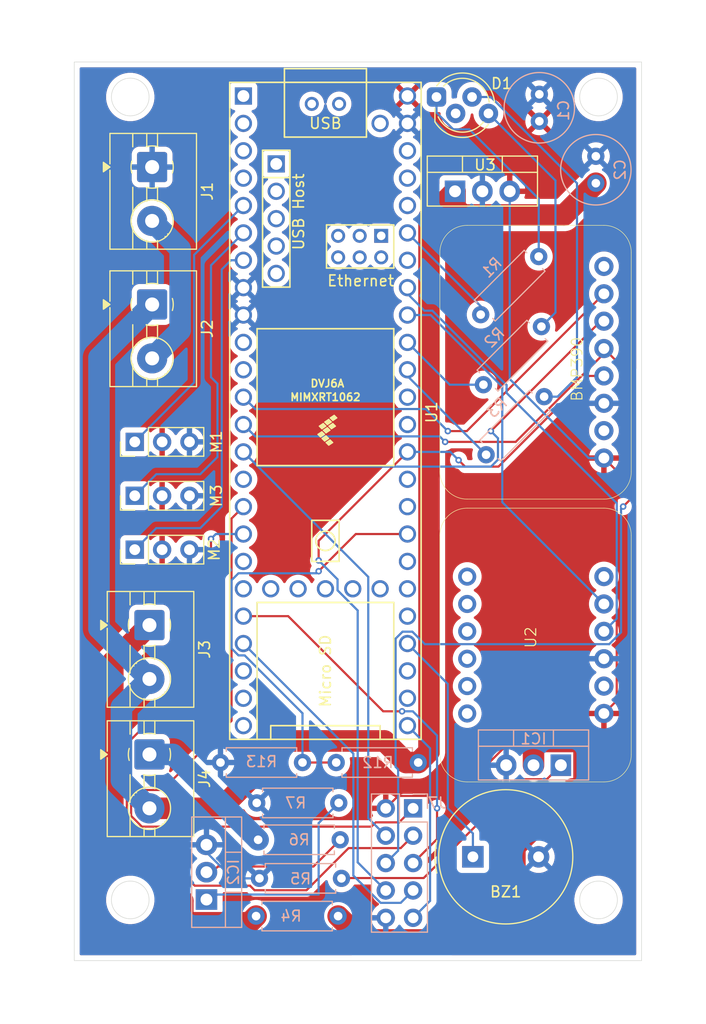
<source format=kicad_pcb>
(kicad_pcb (version 20241229) (generator "pcbnew") (generator_version "9.0")
  (layers (0 "F.Cu" signal) (2 "B.Cu" signal) (13 "F.Paste" user) (15 "B.Paste" user) (5 "F.SilkS" user "F.Silkscreen") (7 "B.SilkS" user "B.Silkscreen") (1 "F.Mask" user) (3 "B.Mask" user) (25 "Edge.Cuts" user))
  (net 0 "")
  (net 43 "/BATT+")
  (net 44 "/12V")
  (net 45 "/5V")
  (net 46 "/MOSI")
  (net 47 "/MISO")
  (net 48 "/CS")
  (net 49 "/SCK")
  (net 50 "/SCL")
  (net 51 "/SDA")
  (net 52 "/BUZZER")
  (net 53 "Net-(J3-Pin_1)")
  (net 54 "Net-(J4-Pin_1)")
  (net 55 "/PYRO3")
  (net 56 "/PYRO4")
  (net 57 "/SERVO1")
  (net 58 "/SERVO3")
  (net 59 "/SERVO2")
  (net 60 "Net-(D1-RED)")
  (net 61 "/RED")
  (net 62 "Net-(D1-BLU)")
  (net 63 "/BLU")
  (net 64 "/GRN")
  (net 65 "Net-(D1-GRN)")
  (net 66 "/VOLTAGE")
  (net 70 "Net-(IC1-Pad2)")
  (net 71 "Net-(IC1-Pad1)")
  (net 72 "Net-(IC2-Pad2)")
  (net 73 "Net-(IC2-Pad1)")
  (net 74 "/3.3v")
  (net 75 "/HEADER5")
  (net 76 "/HEADER1")
  (net 77 "/HEADER2")
  (net 78 "/HEADER4")
  (net 79 "/HEADER3")
  (net 80 "/GND")
  (footprint "Connector_PinHeader_2.54mm:PinHeader_1x03_P2.54mm_Vertical" (layer "F.Cu") (at 130.920001 64 90)
    (property "Reference" "M1" (at 0 7.5725 90) (layer "F.SilkS"))
    (property "Value" "Motor_Servo")
    (pad "1" thru_hole rect (at 0 0 90) (size 1.7 1.7) (drill 1) (layers "*.Cu" "*.Mask") (net 57 "/SERVO1"))
    (pad "2" thru_hole oval (at 0 2.54 90) (size 1.7 1.7) (drill 1) (layers "*.Cu" "*.Mask") (net 45 "/5V"))
    (pad "3" thru_hole oval (at 0 5.079999 90) (size 1.7 1.7) (drill 1) (layers "*.Cu" "*.Mask") (net 80 "/GND"))
  )
  (footprint "Buzzer_Beeper:Buzzer_TDK_PS1240P02BT_D12.2mm_H6.5mm" (layer "F.Cu") (at 162.879216 102.5)
    (property "Reference" "BZ1" (at 2.5 3.25 0) (layer "F.SilkS"))
    (property "Value" "Buzzer" (hide yes))
    (pad "1" thru_hole rect (at -0.55 0) (size 2 2) (drill 1) (layers "*.Cu" "*.Mask") (net 52 "/BUZZER"))
    (pad "2" thru_hole circle (at 5.55 0) (size 2 2) (drill 1) (layers "*.Cu" "*.Mask") (net 80 "/GND"))
  )
  (footprint "TerminalBlock:TerminalBlock_MaiXu_MX126-5.0-02P_1x02_P5.00mm" (layer "F.Cu") (at 132.5325 38.5 -90)
    (property "Reference" "J1" (at 2.25 -5.12 90) (layer "F.SilkS"))
    (property "Value" "PWR_IN")
    (pad "1" thru_hole roundrect (at 0 0 270) (size 2.8 2.8) (drill 1.3) (layers "*.Cu" "*.Mask") (roundrect_rratio 0.089286) (net 80 "/GND"))
    (pad "2" thru_hole circle (at 5 0 270) (size 2.8 2.8) (drill 1.3) (layers "*.Cu" "*.Mask") (net 43 "/BATT+"))
  )
  (footprint "MPU6050:MPU6050" (layer "F.Cu") (at 167.956 82.8924 90)
    (property "Reference" "U2" (at 0.75 -0.25 90) (layer "F.SilkS") (effects (font (thickness 0.1))))
    (property "Value" "~")
    (pad "1" thru_hole circle (at -6.3076 6.544 180) (size 1.778 1.778) (drill 1) (layers "*.Cu" "*.Mask") (net 45 "/5V"))
    (pad "2" thru_hole circle (at -3.7676 6.544 180) (size 1.778 1.778) (drill 1) (layers "*.Cu" "*.Mask"))
    (pad "3" thru_hole circle (at -1.2276 6.544 180) (size 1.778 1.778) (drill 1) (layers "*.Cu" "*.Mask") (net 80 "/GND"))
    (pad "4" thru_hole circle (at 1.3124 6.544 180) (size 1.778 1.778) (drill 1) (layers "*.Cu" "*.Mask") (net 50 "/SCL"))
    (pad "5" thru_hole circle (at 3.8524 6.544 180) (size 1.778 1.778) (drill 1) (layers "*.Cu" "*.Mask") (net 51 "/SDA"))
    (pad "6" thru_hole circle (at 6.3924 6.544 180) (size 1.778 1.778) (drill 1) (layers "*.Cu" "*.Mask"))
    (pad "11" thru_hole circle (at -6.3076 -6.156 180) (size 1.6764 1.6764) (drill 1) (layers "*.Cu" "*.Mask"))
    (pad "12" thru_hole circle (at -3.7676 -6.156 180) (size 1.6764 1.6764) (drill 1) (layers "*.Cu" "*.Mask"))
    (pad "13" thru_hole circle (at -1.2276 -6.156 180) (size 1.6764 1.6764) (drill 1) (layers "*.Cu" "*.Mask"))
    (pad "14" thru_hole circle (at 1.3124 -6.156 180) (size 1.6764 1.6764) (drill 1) (layers "*.Cu" "*.Mask"))
    (pad "15" thru_hole circle (at 3.8524 -6.156 180) (size 1.6764 1.6764) (drill 1) (layers "*.Cu" "*.Mask"))
    (pad "16" thru_hole circle (at 6.3924 -6.156 180) (size 1.6764 1.6764) (drill 1) (layers "*.Cu" "*.Mask"))
  )
  (footprint "teensy:Teensy41" (layer "F.Cu") (at 148.630001 61.12 -90)
    (property "Reference" "U1" (at 0.13 -9.869999 90) (layer "F.SilkS"))
    (property "Value" "Teensy4.1")
    (fp_text user "DVJ6A" (at -2.539999 -0.180002 0) (layer "F.SilkS") (effects (font (size 0.7 0.7))))
    (fp_text user "Ethernet" (at -12.064999 -3.276596 0) (layer "F.SilkS"))
    (fp_text user "MIMXRT1062" (at -1.270007 0.000006 0) (layer "F.SilkS") (effects (font (size 0.7 0.7))))
    (fp_text user "USB Host" (at -18.465802 2.489202 90) (layer "F.SilkS"))
    (fp_text user "Micro SD" (at 24.129999 -0.000001 90) (layer "F.SilkS"))
    (fp_text user "USB" (at -26.67 0.000002 0) (layer "F.SilkS"))
    (pad "1" thru_hole rect (at -29.210002 7.62 270) (size 1.6 1.6) (drill 1.1) (layers "*.Cu" "*.Mask"))
    (pad "2" thru_hole circle (at -26.670001 7.620004 270) (size 1.6 1.6) (drill 1.1) (layers "*.Cu" "*.Mask"))
    (pad "3" thru_hole circle (at -24.13 7.619999 270) (size 1.6 1.6) (drill 1.1) (layers "*.Cu" "*.Mask"))
    (pad "4" thru_hole circle (at -21.590003 7.620001 270) (size 1.6 1.6) (drill 1.1) (layers "*.Cu" "*.Mask"))
    (pad "5" thru_hole circle (at -19.05 7.619997 270) (size 1.6 1.6) (drill 1.1) (layers "*.Cu" "*.Mask") (net 57 "/SERVO1"))
    (pad "6" thru_hole circle (at -16.510003 7.619998 270) (size 1.6 1.6) (drill 1.1) (layers "*.Cu" "*.Mask") (net 59 "/SERVO2"))
    (pad "7" thru_hole circle (at -13.970001 7.619999 270) (size 1.6 1.6) (drill 1.1) (layers "*.Cu" "*.Mask") (net 58 "/SERVO3"))
    (pad "8" thru_hole circle (at -11.429999 7.619999 270) (size 1.6 1.6) (drill 1.1) (layers "*.Cu" "*.Mask") (net 80 "/GND"))
    (pad "9" thru_hole circle (at -8.89 7.620002 270) (size 1.6 1.6) (drill 1.1) (layers "*.Cu" "*.Mask") (net 80 "/GND"))
    (pad "10" thru_hole circle (at -6.350004 7.619999 270) (size 1.6 1.6) (drill 1.1) (layers "*.Cu" "*.Mask") (net 55 "/PYRO3"))
    (pad "11" thru_hole circle (at -3.809997 7.619999 270) (size 1.6 1.6) (drill 1.1) (layers "*.Cu" "*.Mask") (net 56 "/PYRO4"))
    (pad "12" thru_hole circle (at -1.269999 7.620002 270) (size 1.6 1.6) (drill 1.1) (layers "*.Cu" "*.Mask") (net 48 "/CS"))
    (pad "13" thru_hole circle (at 1.270002 7.619997 270) (size 1.6 1.6) (drill 1.1) (layers "*.Cu" "*.Mask") (net 46 "/MOSI"))
    (pad "14" thru_hole circle (at 3.810003 7.620001 270) (size 1.6 1.6) (drill 1.1) (layers "*.Cu" "*.Mask") (net 47 "/MISO"))
    (pad "15" thru_hole circle (at 6.349998 7.619998 270) (size 1.6 1.6) (drill 1.1) (layers "*.Cu" "*.Mask"))
    (pad "16" thru_hole circle (at 8.889999 7.619998 270) (size 1.6 1.6) (drill 1.1) (layers "*.Cu" "*.Mask") (net 76 "/HEADER1"))
    (pad "17" thru_hole circle (at 11.429998 7.620002 270) (size 1.6 1.6) (drill 1.1) (layers "*.Cu" "*.Mask") (net 77 "/HEADER2"))
    (pad "18" thru_hole circle (at 13.97 7.620002 270) (size 1.6 1.6) (drill 1.1) (layers "*.Cu" "*.Mask"))
    (pad "19" thru_hole circle (at 16.509996 7.62 270) (size 1.6 1.6) (drill 1.1) (layers "*.Cu" "*.Mask"))
    (pad "20" thru_hole circle (at 19.05 7.620004 270) (size 1.6 1.6) (drill 1.1) (layers "*.Cu" "*.Mask") (net 79 "/HEADER3"))
    (pad "21" thru_hole circle (at 21.589996 7.620002 270) (size 1.6 1.6) (drill 1.1) (layers "*.Cu" "*.Mask") (net 78 "/HEADER4"))
    (pad "22" thru_hole circle (at 24.13 7.619999 270) (size 1.6 1.6) (drill 1.1) (layers "*.Cu" "*.Mask"))
    (pad "23" thru_hole circle (at 26.670004 7.619999 270) (size 1.6 1.6) (drill 1.1) (layers "*.Cu" "*.Mask"))
    (pad "24" thru_hole circle (at 29.210001 7.619994 270) (size 1.6 1.6) (drill 1.1) (layers "*.Cu" "*.Mask"))
    (pad "25" thru_hole circle (at 29.210002 -7.62 270) (size 1.6 1.6) (drill 1.1) (layers "*.Cu" "*.Mask") (net 75 "/HEADER5"))
    (pad "26" thru_hole circle (at 26.670001 -7.620004 270) (size 1.6 1.6) (drill 1.1) (layers "*.Cu" "*.Mask"))
    (pad "27" thru_hole circle (at 24.13 -7.619999 270) (size 1.6 1.6) (drill 1.1) (layers "*.Cu" "*.Mask"))
    (pad "28" thru_hole circle (at 21.590003 -7.620001 270) (size 1.6 1.6) (drill 1.1) (layers "*.Cu" "*.Mask") (net 52 "/BUZZER"))
    (pad "29" thru_hole circle (at 19.05 -7.619997 270) (size 1.6 1.6) (drill 1.1) (layers "*.Cu" "*.Mask"))
    (pad "30" thru_hole circle (at 16.510003 -7.619998 270) (size 1.6 1.6) (drill 1.1) (layers "*.Cu" "*.Mask"))
    (pad "31" thru_hole circle (at 13.970001 -7.619999 270) (size 1.6 1.6) (drill 1.1) (layers "*.Cu" "*.Mask"))
    (pad "32" thru_hole circle (at 11.429999 -7.619999 270) (size 1.6 1.6) (drill 1.1) (layers "*.Cu" "*.Mask") (net 66 "/VOLTAGE"))
    (pad "33" thru_hole circle (at 8.89 -7.620002 270) (size 1.6 1.6) (drill 1.1) (layers "*.Cu" "*.Mask"))
    (pad "34" thru_hole circle (at 6.350004 -7.619999 270) (size 1.6 1.6) (drill 1.1) (layers "*.Cu" "*.Mask"))
    (pad "35" thru_hole circle (at 3.809997 -7.619999 270) (size 1.6 1.6) (drill 1.1) (layers "*.Cu" "*.Mask") (net 49 "/SCK"))
    (pad "36" thru_hole circle (at 1.269999 -7.620002 270) (size 1.6 1.6) (drill 1.1) (layers "*.Cu" "*.Mask"))
    (pad "37" thru_hole circle (at -1.270002 -7.619997 270) (size 1.6 1.6) (drill 1.1) (layers "*.Cu" "*.Mask"))
    (pad "38" thru_hole circle (at -3.810003 -7.620001 270) (size 1.6 1.6) (drill 1.1) (layers "*.Cu" "*.Mask") (net 64 "/GRN"))
    (pad "39" thru_hole circle (at -6.349998 -7.619998 270) (size 1.6 1.6) (drill 1.1) (layers "*.Cu" "*.Mask") (net 63 "/BLU"))
    (pad "40" thru_hole circle (at -8.889999 -7.619998 270) (size 1.6 1.6) (drill 1.1) (layers "*.Cu" "*.Mask") (net 51 "/SDA"))
    (pad "41" thru_hole circle (at -11.429998 -7.620002 270) (size 1.6 1.6) (drill 1.1) (layers "*.Cu" "*.Mask") (net 50 "/SCL"))
    (pad "42" thru_hole circle (at -13.97 -7.620002 270) (size 1.6 1.6) (drill 1.1) (layers "*.Cu" "*.Mask"))
    (pad "43" thru_hole circle (at -16.509996 -7.62 270) (size 1.6 1.6) (drill 1.1) (layers "*.Cu" "*.Mask") (net 61 "/RED"))
    (pad "44" thru_hole circle (at -19.05 -7.620004 270) (size 1.6 1.6) (drill 1.1) (layers "*.Cu" "*.Mask"))
    (pad "45" thru_hole circle (at -21.589996 -7.620002 270) (size 1.6 1.6) (drill 1.1) (layers "*.Cu" "*.Mask"))
    (pad "46" thru_hole circle (at -24.13 -7.619999 270) (size 1.6 1.6) (drill 1.1) (layers "*.Cu" "*.Mask"))
    (pad "47" thru_hole circle (at -26.670004 -7.619999 270) (size 1.6 1.6) (drill 1.1) (layers "*.Cu" "*.Mask") (net 80 "/GND"))
    (pad "48" thru_hole circle (at -29.210001 -7.619994 270) (size 1.6 1.6) (drill 1.1) (layers "*.Cu" "*.Mask") (net 45 "/5V"))
    (pad "49" thru_hole circle (at -26.669998 -5.080002 270) (size 1.6 1.6) (drill 1.1) (layers "*.Cu" "*.Mask"))
    (pad "50" thru_hole circle (at 16.510002 5.080001 270) (size 1.6 1.6) (drill 1.1) (layers "*.Cu" "*.Mask"))
    (pad "51" thru_hole circle (at 16.509997 2.539998 270) (size 1.6 1.6) (drill 1.1) (layers "*.Cu" "*.Mask"))
    (pad "52" thru_hole circle (at 16.509999 0 270) (size 1.6 1.6) (drill 1.1) (layers "*.Cu" "*.Mask"))
    (pad "53" thru_hole circle (at 16.510002 -2.540001 270) (size 1.6 1.6) (drill 1.1) (layers "*.Cu" "*.Mask"))
    (pad "54" thru_hole circle (at 16.509996 -5.08 270) (size 1.6 1.6) (drill 1.1) (layers "*.Cu" "*.Mask"))
    (pad "55" thru_hole rect (at -22.910803 4.569203 270) (size 1.6 1.6) (drill 1.1) (layers "*.Cu" "*.Mask"))
    (pad "56" thru_hole circle (at -20.370799 4.569201 270) (size 1.6 1.6) (drill 1.1) (layers "*.Cu" "*.Mask"))
    (pad "57" thru_hole circle (at -17.830796 4.569202 270) (size 1.6 1.6) (drill 1.1) (layers "*.Cu" "*.Mask"))
    (pad "58" thru_hole circle (at -15.290805 4.569205 270) (size 1.6 1.6) (drill 1.1) (layers "*.Cu" "*.Mask"))
    (pad "59" thru_hole circle (at -12.750805 4.569197 270) (size 1.6 1.6) (drill 1.1) (layers "*.Cu" "*.Mask"))
    (pad "60" thru_hole rect (at -16.239999 -5.181599 270) (size 1.3 1.3) (drill 0.8) (layers "*.Cu" "*.Mask"))
    (pad "61" thru_hole circle (at -16.239998 -3.181599 270) (size 1.3 1.3) (drill 0.8) (layers "*.Cu" "*.Mask"))
    (pad "62" thru_hole circle (at -16.239998 -1.181602 270) (size 1.3 1.3) (drill 0.8) (layers "*.Cu" "*.Mask"))
    (pad "63" thru_hole circle (at -14.240004 -1.181601 270) (size 1.3 1.3) (drill 0.8) (layers "*.Cu" "*.Mask"))
    (pad "64" thru_hole circle (at -14.239996 -3.181599 270) (size 1.3 1.3) (drill 0.8) (layers "*.Cu" "*.Mask"))
    (pad "65" thru_hole circle (at -14.239997 -5.1816 270) (size 1.3 1.3) (drill 0.8) (layers "*.Cu" "*.Mask"))
    (pad "66" thru_hole circle (at -28.479999 -1.270001 270) (size 1.3 1.3) (drill 0.8) (layers "*.Cu" "*.Mask"))
    (pad "67" thru_hole circle (at -28.480003 1.27 270) (size 1.3 1.3) (drill 0.8) (layers "*.Cu" "*.Mask"))
  )
  (footprint "TerminalBlock:TerminalBlock_MaiXu_MX126-5.0-02P_1x02_P5.00mm" (layer "F.Cu") (at 132.2825 81 -90)
    (property "Reference" "J3" (at 2.25 -5.12 90) (layer "F.SilkS"))
    (property "Value" "PYRO1")
    (pad "1" thru_hole roundrect (at 0 0 270) (size 2.8 2.8) (drill 1.3) (layers "*.Cu" "*.Mask") (roundrect_rratio 0.089286) (net 53 "Net-(J3-Pin_1)"))
    (pad "2" thru_hole circle (at 5 0 270) (size 2.8 2.8) (drill 1.3) (layers "*.Cu" "*.Mask") (net 44 "/12V"))
  )
  (footprint "TerminalBlock:TerminalBlock_MaiXu_MX126-5.0-02P_1x02_P5.00mm" (layer "F.Cu") (at 132.5325 51.25 -90)
    (property "Reference" "J2" (at 2.25 -5.12 90) (layer "F.SilkS"))
    (property "Value" "SWITCH")
    (pad "1" thru_hole roundrect (at 0 0 270) (size 2.8 2.8) (drill 1.3) (layers "*.Cu" "*.Mask") (roundrect_rratio 0.089286) (net 44 "/12V"))
    (pad "2" thru_hole circle (at 5 0 270) (size 2.8 2.8) (drill 1.3) (layers "*.Cu" "*.Mask") (net 43 "/BATT+"))
  )
  (footprint "Connector_PinHeader_2.54mm:PinHeader_1x03_P2.54mm_Vertical" (layer "F.Cu") (at 130.920001 69 90)
    (property "Reference" "M3" (at 0 7.5725 90) (layer "F.SilkS"))
    (property "Value" "Motor_Servo")
    (pad "1" thru_hole rect (at 0 0 90) (size 1.7 1.7) (drill 1) (layers "*.Cu" "*.Mask") (net 59 "/SERVO2"))
    (pad "2" thru_hole oval (at 0 2.54 90) (size 1.7 1.7) (drill 1) (layers "*.Cu" "*.Mask") (net 45 "/5V"))
    (pad "3" thru_hole oval (at 0 5.079999 90) (size 1.7 1.7) (drill 1) (layers "*.Cu" "*.Mask") (net 80 "/GND"))
  )
  (footprint "TerminalBlock:TerminalBlock_MaiXu_MX126-5.0-02P_1x02_P5.00mm" (layer "F.Cu") (at 132.2825 93 -90)
    (property "Reference" "J4" (at 2.25 -5.12 90) (layer "F.SilkS"))
    (property "Value" "PYRO2")
    (pad "1" thru_hole roundrect (at 0 0 270) (size 2.8 2.8) (drill 1.3) (layers "*.Cu" "*.Mask") (roundrect_rratio 0.089286) (net 54 "Net-(J4-Pin_1)"))
    (pad "2" thru_hole circle (at 5 0 270) (size 2.8 2.8) (drill 1.3) (layers "*.Cu" "*.Mask") (net 44 "/12V"))
  )
  (footprint "Connector_PinHeader_2.54mm:PinHeader_1x03_P2.54mm_Vertical" (layer "F.Cu") (at 130.920001 74 90)
    (property "Reference" "M2" (at 0 7.3775 90) (layer "F.SilkS"))
    (property "Value" "Motor_Servo")
    (pad "1" thru_hole rect (at 0 0 90) (size 1.7 1.7) (drill 1) (layers "*.Cu" "*.Mask") (net 58 "/SERVO3"))
    (pad "2" thru_hole oval (at 0 2.54 90) (size 1.7 1.7) (drill 1) (layers "*.Cu" "*.Mask") (net 45 "/5V"))
    (pad "3" thru_hole oval (at 0 5.079999 90) (size 1.7 1.7) (drill 1) (layers "*.Cu" "*.Mask") (net 80 "/GND"))
  )
  (footprint "LED_THT:LED_D5.0mm-4_RGB_Staggered_Pins" (layer "F.Cu") (at 158.948 32)
    (property "Reference" "D1" (at 6.052 -1.25 0) (layer "F.SilkS"))
    (property "Value" "~")
    (pad "1" thru_hole roundrect (at 0 0) (size 1.8 1.8) (drill 0.9) (layers "*.Cu" "*.Mask") (net 60 "Net-(D1-RED)"))
    (pad "2" thru_hole circle (at 1.778 1.524) (size 1.8 1.8) (drill 0.9) (layers "*.Cu" "*.Mask") (net 74 "/3.3v"))
    (pad "3" thru_hole circle (at 3.302 0) (size 1.8 1.8) (drill 0.9) (layers "*.Cu" "*.Mask") (net 65 "Net-(D1-GRN)"))
    (pad "4" thru_hole circle (at 4.826 1.524) (size 1.8 1.8) (drill 0.9) (layers "*.Cu" "*.Mask") (net 62 "Net-(D1-BLU)"))
  )
  (footprint "BMP390:BMP390" (layer "F.Cu") (at 168.5 56.41 90)
    (property "Reference" "BMP390" (at -0.84 3.5 90) (layer "F.SilkS") (effects (font (thickness 0.1))))
    (property "Value" "BMP390" (hide yes))
    (pad "1" thru_hole circle (at -9.09 6 180) (size 1.778 1.778) (drill 1) (layers "*.Cu" "*.Mask") (net 45 "/5V"))
    (pad "2" thru_hole circle (at -6.55 6 180) (size 1.778 1.778) (drill 1) (layers "*.Cu" "*.Mask"))
    (pad "3" thru_hole circle (at -4.01 6 180) (size 1.778 1.778) (drill 1) (layers "*.Cu" "*.Mask") (net 80 "/GND"))
    (pad "4" thru_hole circle (at -1.47 6 180) (size 1.778 1.778) (drill 1) (layers "*.Cu" "*.Mask") (net 49 "/SCK"))
    (pad "5" thru_hole circle (at 1.07 6 180) (size 1.778 1.778) (drill 1) (layers "*.Cu" "*.Mask") (net 46 "/MOSI"))
    (pad "6" thru_hole circle (at 3.61 6 180) (size 1.778 1.778) (drill 1) (layers "*.Cu" "*.Mask") (net 47 "/MISO"))
    (pad "7" thru_hole circle (at 6.15 6 180) (size 1.778 1.778) (drill 1) (layers "*.Cu" "*.Mask") (net 48 "/CS"))
    (pad "8" thru_hole circle (at 8.69 6 180) (size 1.778 1.778) (drill 1) (layers "*.Cu" "*.Mask"))
  )
  (footprint "Package_TO_SOT_THT:TO-220-3_Vertical" (layer "F.Cu") (at 160.67 40.75)
    (property "Reference" "U3" (at 2.79 -2.445 0) (layer "F.SilkS"))
    (property "Value" "LM7805_TO220")
    (pad "1" thru_hole rect (at 0 0) (size 1.905 2) (drill 1.1) (layers "*.Cu" "*.Mask") (net 44 "/12V"))
    (pad "2" thru_hole oval (at 2.54 0) (size 1.905 2) (drill 1.1) (layers "*.Cu" "*.Mask") (net 80 "/GND"))
    (pad "3" thru_hole oval (at 5.08 0) (size 1.905 2) (drill 1.1) (layers "*.Cu" "*.Mask") (net 45 "/5V"))
  )
  (footprint "Resistor_THT:R_Axial_DIN0207_L6.3mm_D2.5mm_P7.62mm_Horizontal" (layer "B.Cu") (at 150 100.9185 180)
    (property "Reference" "R6" (at 3.81 0 0) (layer "B.SilkS") (effects (justify mirror)))
    (property "Value" "1ohm")
    (pad "1" thru_hole circle (at 0 0 180) (size 1.6 1.6) (drill 0.8) (layers "*.Cu" "*.Mask") (net 72 "Net-(IC2-Pad2)"))
    (pad "2" thru_hole oval (at 7.62 0 180) (size 1.6 1.6) (drill 0.8) (layers "*.Cu" "*.Mask") (net 54 "Net-(J4-Pin_1)"))
  )
  (footprint "Resistor_THT:R_Axial_DIN0207_L6.3mm_D2.5mm_P7.62mm_Horizontal" (layer "B.Cu") (at 149.81 108 180)
    (property "Reference" "R4" (at 4.370001 0 0) (layer "B.SilkS") (effects (justify mirror)))
    (property "Value" "1ohm")
    (pad "1" thru_hole circle (at 0 0 180) (size 1.6 1.6) (drill 0.8) (layers "*.Cu" "*.Mask") (net 70 "Net-(IC1-Pad2)"))
    (pad "2" thru_hole oval (at 7.62 0 180) (size 1.6 1.6) (drill 0.8) (layers "*.Cu" "*.Mask") (net 53 "Net-(J3-Pin_1)"))
  )
  (footprint "Connector_PinHeader_2.54mm:PinHeader_2x05_P2.54mm_Vertical" (layer "B.Cu") (at 156.775 98 180)
    (property "Reference" "J7" (at -2.225 0.5 0) (layer "B.SilkS") (effects (justify mirror)))
    (property "Value" "~")
    (pad "1" thru_hole rect (at 0 0 180) (size 1.7 1.7) (drill 1) (layers "*.Cu" "*.Mask") (net 76 "/HEADER1"))
    (pad "2" thru_hole oval (at 2.54 0 180) (size 1.7 1.7) (drill 1) (layers "*.Cu" "*.Mask") (net 45 "/5V"))
    (pad "3" thru_hole oval (at 0 -2.54 180) (size 1.7 1.7) (drill 1) (layers "*.Cu" "*.Mask") (net 77 "/HEADER2"))
    (pad "4" thru_hole oval (at 2.54 -2.54 180) (size 1.7 1.7) (drill 1) (layers "*.Cu" "*.Mask") (net 47 "/MISO"))
    (pad "5" thru_hole oval (at 0 -5.079999 180) (size 1.7 1.7) (drill 1) (layers "*.Cu" "*.Mask") (net 79 "/HEADER3"))
    (pad "6" thru_hole oval (at 2.54 -5.08 180) (size 1.7 1.7) (drill 1) (layers "*.Cu" "*.Mask") (net 46 "/MOSI"))
    (pad "7" thru_hole oval (at 0 -7.62 180) (size 1.7 1.7) (drill 1) (layers "*.Cu" "*.Mask") (net 78 "/HEADER4"))
    (pad "8" thru_hole oval (at 2.54 -7.62 180) (size 1.7 1.7) (drill 1) (layers "*.Cu" "*.Mask") (net 49 "/SCK"))
    (pad "9" thru_hole oval (at 0 -10.16 180) (size 1.7 1.7) (drill 1) (layers "*.Cu" "*.Mask") (net 75 "/HEADER5"))
    (pad "10" thru_hole oval (at 2.54 -10.16 180) (size 1.7 1.7) (drill 1) (layers "*.Cu" "*.Mask") (net 80 "/GND"))
  )
  (footprint "Capacitor_THT:C_Radial_D6.3mm_H5.0mm_P2.50mm" (layer "B.Cu") (at 168.5 34.249999 90)
    (property "Reference" "C1" (at 0.999999 2.25 90) (layer "B.SilkS") (effects (justify mirror)))
    (property "Value" "1uF")
    (pad "1" thru_hole circle (at 0 0 90) (size 1.6 1.6) (drill 0.8) (layers "*.Cu" "*.Mask") (net 45 "/5V"))
    (pad "2" thru_hole circle (at 2.5 0 90) (size 1.6 1.6) (drill 0.8) (layers "*.Cu" "*.Mask") (net 80 "/GND"))
  )
  (footprint "Resistor_THT:R_Axial_DIN0207_L6.3mm_D2.5mm_P7.62mm_Horizontal" (layer "B.Cu") (at 146.5 93.75 180)
    (property "Reference" "R13" (at 3.81 0.0815 0) (layer "B.SilkS") (effects (justify mirror)))
    (property "Value" "100K")
    (pad "1" thru_hole circle (at 0 0 180) (size 1.6 1.6) (drill 0.8) (layers "*.Cu" "*.Mask") (net 66 "/VOLTAGE"))
    (pad "2" thru_hole oval (at 7.62 0 180) (size 1.6 1.6) (drill 0.8) (layers "*.Cu" "*.Mask") (net 80 "/GND"))
  )
  (footprint "Resistor_THT:R_Axial_DIN0207_L6.3mm_D2.5mm_P7.62mm_Horizontal" (layer "B.Cu") (at 168.944077 59.805923 -135)
    (property "Reference" "R3" (at 3.81 2.37 45) (layer "B.SilkS") (effects (justify mirror)))
    (property "Value" "1ohm")
    (pad "1" thru_hole circle (at 0 0 225) (size 1.6 1.6) (drill 0.8) (layers "*.Cu" "*.Mask") (net 65 "Net-(D1-GRN)"))
    (pad "2" thru_hole oval (at 7.62 0 225) (size 1.6 1.6) (drill 0.8) (layers "*.Cu" "*.Mask") (net 64 "/GRN"))
  )
  (footprint "Package_TO_SOT_THT:TO-220-3_Vertical" (layer "B.Cu") (at 170.5 94 180)
    (property "Reference" "IC1" (at 2.54 2.445 0) (layer "B.SilkS") (effects (justify mirror)))
    (property "Value" "TO-220" (hide yes))
    (pad "1" thru_hole rect (at 0 0 180) (size 1.905 2) (drill 1.1) (layers "*.Cu" "*.Mask") (net 71 "Net-(IC1-Pad1)"))
    (pad "2" thru_hole oval (at 2.54 0 180) (size 1.905 2) (drill 1.1) (layers "*.Cu" "*.Mask") (net 70 "Net-(IC1-Pad2)"))
    (pad "3" thru_hole oval (at 5.079999 0 180) (size 1.905 2) (drill 1.1) (layers "*.Cu" "*.Mask") (net 80 "/GND"))
  )
  (footprint "Capacitor_THT:C_Radial_D6.3mm_H5.0mm_P2.50mm" (layer "B.Cu") (at 173.75 40 90)
    (property "Reference" "C2" (at 1.25 2.25 90) (layer "B.SilkS") (effects (justify mirror)))
    (property "Value" "10uF")
    (pad "1" thru_hole circle (at 0 0 90) (size 1.6 1.6) (drill 0.8) (layers "*.Cu" "*.Mask") (net 44 "/12V"))
    (pad "2" thru_hole circle (at 2.5 0 90) (size 1.6 1.6) (drill 0.8) (layers "*.Cu" "*.Mask") (net 80 "/GND"))
  )
  (footprint "Package_TO_SOT_THT:TO-220-3_Vertical" (layer "B.Cu") (at 137.580713 106.464923 90)
    (property "Reference" "IC2" (at 2.54 2.5 90) (layer "B.SilkS") (effects (justify mirror)))
    (property "Value" "TO-220")
    (pad "1" thru_hole rect (at 0 0 90) (size 1.905 2) (drill 1.1) (layers "*.Cu" "*.Mask") (net 73 "Net-(IC2-Pad1)"))
    (pad "2" thru_hole oval (at 2.54 0 90) (size 1.905 2) (drill 1.1) (layers "*.Cu" "*.Mask") (net 72 "Net-(IC2-Pad2)"))
    (pad "3" thru_hole oval (at 5.079999 0 90) (size 1.905 2) (drill 1.1) (layers "*.Cu" "*.Mask") (net 80 "/GND"))
  )
  (footprint "Resistor_THT:R_Axial_DIN0207_L6.3mm_D2.5mm_P7.62mm_Horizontal" (layer "B.Cu") (at 168.444077 46.805923 -135)
    (property "Reference" "R1" (at 3.81 2.37 45) (layer "B.SilkS") (effects (justify mirror)))
    (property "Value" "40ohm")
    (pad "1" thru_hole circle (at 0 0 225) (size 1.6 1.6) (drill 0.8) (layers "*.Cu" "*.Mask") (net 60 "Net-(D1-RED)"))
    (pad "2" thru_hole oval (at 7.62 0 225) (size 1.6 1.6) (drill 0.8) (layers "*.Cu" "*.Mask") (net 61 "/RED"))
  )
  (footprint "Resistor_THT:R_Axial_DIN0207_L6.3mm_D2.5mm_P7.62mm_Horizontal" (layer "B.Cu") (at 142.5 104.5)
    (property "Reference" "R5" (at 3.82 0.04 0) (layer "B.SilkS") (effects (justify mirror)))
    (property "Value" "470ohm")
    (pad "1" thru_hole circle (at 0 0) (size 1.6 1.6) (drill 0.8) (layers "*.Cu" "*.Mask") (net 80 "/GND"))
    (pad "2" thru_hole oval (at 7.62 0) (size 1.6 1.6) (drill 0.8) (layers "*.Cu" "*.Mask") (net 71 "Net-(IC1-Pad1)"))
  )
  (footprint "Resistor_THT:R_Axial_DIN0207_L6.3mm_D2.5mm_P7.62mm_Horizontal" (layer "B.Cu") (at 149.63 93.75)
    (property "Reference" "R12" (at 3.87 0 0) (layer "B.SilkS") (effects (justify mirror)))
    (property "Value" "1M")
    (pad "1" thru_hole circle (at 0 0) (size 1.6 1.6) (drill 0.8) (layers "*.Cu" "*.Mask") (net 66 "/VOLTAGE"))
    (pad "2" thru_hole oval (at 7.62 0) (size 1.6 1.6) (drill 0.8) (layers "*.Cu" "*.Mask") (net 44 "/12V"))
  )
  (footprint "Resistor_THT:R_Axial_DIN0207_L6.3mm_D2.5mm_P7.62mm_Horizontal" (layer "B.Cu") (at 168.694077 53.305923 -135)
    (property "Reference" "R2" (at 3.81 2.37 45) (layer "B.SilkS") (effects (justify mirror)))
    (property "Value" "1ohm")
    (pad "1" thru_hole circle (at 0 0 225) (size 1.6 1.6) (drill 0.8) (layers "*.Cu" "*.Mask") (net 62 "Net-(D1-BLU)"))
    (pad "2" thru_hole oval (at 7.62 0 225) (size 1.6 1.6) (drill 0.8) (layers "*.Cu" "*.Mask") (net 63 "/BLU"))
  )
  (footprint "Resistor_THT:R_Axial_DIN0207_L6.3mm_D2.5mm_P7.62mm_Horizontal" (layer "B.Cu") (at 142.25 97.5)
    (property "Reference" "R7" (at 3.62 0 0) (layer "B.SilkS") (effects (justify mirror)))
    (property "Value" "470ohm")
    (pad "1" thru_hole circle (at 0 0) (size 1.6 1.6) (drill 0.8) (layers "*.Cu" "*.Mask") (net 80 "/GND"))
    (pad "2" thru_hole oval (at 7.62 0) (size 1.6 1.6) (drill 0.8) (layers "*.Cu" "*.Mask") (net 73 "Net-(IC2-Pad1)"))
  )
  (gr_circle (center 174 32) (end 175.75 32) (stroke (width 0.05)) (fill no) (layer "Edge.Cuts"))
  (gr_circle (center 130.5 32) (end 132.25 32) (stroke (width 0.05)) (fill no) (layer "Edge.Cuts"))
  (gr_circle (center 174 106.5) (end 175.75 106.5) (stroke (width 0.05)) (fill no) (layer "Edge.Cuts"))
  (gr_circle (center 130.5 106.5) (end 132.25 106.5) (stroke (width 0.05)) (fill no) (layer "Edge.Cuts"))
  (gr_rect (start 125.3 28.75) (end 178 112.13239) (stroke (width 0.05)) (fill no) (layer "Edge.Cuts"))
  (segment (start 135.1335 53.649) (end 132.5325 56.25) (width 2) (layer "B.Cu") (net 43))
  (segment (start 132.5325 43.5) (end 135.1335 46.101) (width 2) (layer "B.Cu") (net 43))
  (segment (start 135.1335 46.101) (end 135.1335 53.649) (width 2) (layer "B.Cu") (net 43))
  (segment (start 158.251003 92.748997) (end 158.251003 43.168997) (width 2) (layer "F.Cu") (net 44))
  (segment (start 156.11863 93.75) (end 157.25 93.75) (width 2) (layer "F.Cu") (net 44))
  (segment (start 160.67 42.25) (end 161.371 42.951) (width 2) (layer "F.Cu") (net 44))
  (segment (start 145.171158 91.749) (end 154.11763 91.749) (width 2) (layer "F.Cu") (net 44))
  (segment (start 158.251003 43.168997) (end 160.67 40.75) (width 2) (layer "F.Cu") (net 44))
  (segment (start 132.2825 98) (end 138.920158 98) (width 2) (layer "F.Cu") (net 44))
  (segment (start 161.371 42.951) (end 170.799 42.951) (width 2) (layer "F.Cu") (net 44))
  (segment (start 138.920158 98) (end 145.171158 91.749) (width 2) (layer "F.Cu") (net 44))
  (segment (start 157.25 93.75) (end 158.251003 92.748997) (width 2) (layer "F.Cu") (net 44))
  (segment (start 170.799 42.951) (end 173.75 40) (width 2) (layer "F.Cu") (net 44))
  (segment (start 154.11763 91.749) (end 156.11863 93.75) (width 2) (layer "F.Cu") (net 44))
  (segment (start 160.67 40.75) (end 160.67 42.25) (width 2) (layer "F.Cu") (net 44))
  (segment (start 132.2825 86) (end 129.6815 88.601) (width 2) (layer "B.Cu") (net 44))
  (segment (start 127.594 81.3115) (end 132.2825 86) (width 2) (layer "B.Cu") (net 44))
  (segment (start 129.6815 88.601) (end 129.6815 95.399) (width 2) (layer "B.Cu") (net 44))
  (segment (start 127.594 56.1885) (end 127.594 81.3115) (width 2) (layer "B.Cu") (net 44))
  (segment (start 129.6815 95.399) (end 132.2825 98) (width 2) (layer "B.Cu") (net 44))
  (segment (start 132.5325 51.25) (end 127.594 56.1885) (width 2) (layer "B.Cu") (net 44))
  (segment (start 175.69 88.01) (end 174.5 89.2) (width 0.2) (layer "F.Cu") (net 45))
  (segment (start 174.5 65.5) (end 175.69 66.69) (width 0.2) (layer "F.Cu") (net 45))
  (segment (start 160.750784 96.849) (end 168.399784 89.2) (width 0.2) (layer "F.Cu") (net 45))
  (segment (start 155.386 96.849) (end 160.750784 96.849) (width 0.2) (layer "F.Cu") (net 45))
  (segment (start 168.399784 89.2) (end 174.5 89.2) (width 0.2) (layer "F.Cu") (net 45))
  (segment (start 175.69 66.69) (end 175.69 88.01) (width 0.2) (layer "F.Cu") (net 45))
  (segment (start 154.235 98) (end 155.386 96.849) (width 0.2) (layer "F.Cu") (net 45))
  (segment (start 174.5 65.5) (end 173.081104 65.5) (width 0.2) (layer "B.Cu") (net 45))
  (segment (start 173.081104 65.5) (end 165.75 58.168896) (width 0.2) (layer "B.Cu") (net 45))
  (segment (start 165.75 58.168896) (end 165.75 40.75) (width 0.2) (layer "B.Cu") (net 45))
  (segment (start 177 57.84) (end 174.5 55.34) (width 0.2) (layer "F.Cu") (net 46))
  (segment (start 176.29 70) (end 177 69.29) (width 0.2) (layer "F.Cu") (net 46))
  (segment (start 174.5 55.80705) (end 174.5 55.34) (width 0.2) (layer "F.Cu") (net 46))
  (segment (start 159.751003 64) (end 166.30705 64) (width 0.2) (layer "F.Cu") (net 46))
  (segment (start 177 69.29) (end 177 57.84) (width 0.2) (layer "F.Cu") (net 46))
  (segment (start 166.30705 64) (end 174.5 55.80705) (width 0.2) (layer "F.Cu") (net 46))
  (via (at 159.751003 64) (size 0.6) (drill 0.3) (layers "F.Cu" "B.Cu") (net 46))
  (via (at 176.29 70) (size 0.6) (drill 0.3) (layers "F.Cu" "B.Cu") (net 46))
  (segment (start 155.793952 81.609003) (end 155.149002 82.253953) (width 0.2) (layer "B.Cu") (net 46))
  (segment (start 176.091 70.199) (end 176.091 81.671915) (width 0.2) (layer "B.Cu") (net 46))
  (segment (start 176.091 81.671915) (end 174.992915 82.77) (width 0.2) (layer "B.Cu") (net 46))
  (segment (start 159.242002 63.490999) (end 159.751003 64) (width 0.2) (layer "B.Cu") (net 46))
  (segment (start 176.29 70) (end 176.091 70.199) (width 0.2) (layer "B.Cu") (net 46))
  (segment (start 157.867049 82.77) (end 156.706052 81.609003) (width 0.2) (layer "B.Cu") (net 46))
  (segment (start 142.111001 63.490999) (end 159.242002 63.490999) (width 0.2) (layer "B.Cu") (net 46))
  (segment (start 156.706052 81.609003) (end 155.793952 81.609003) (width 0.2) (layer "B.Cu") (net 46))
  (segment (start 155.386 101.929) (end 154.235 103.08) (width 0.2) (layer "B.Cu") (net 46))
  (segment (start 174.992915 82.77) (end 157.867049 82.77) (width 0.2) (layer "B.Cu") (net 46))
  (segment (start 141.010004 62.390002) (end 142.111001 63.490999) (width 0.2) (layer "B.Cu") (net 46))
  (segment (start 155.149002 94.149002) (end 155.386 94.386) (width 0.2) (layer "B.Cu") (net 46))
  (segment (start 155.386 94.386) (end 155.386 101.929) (width 0.2) (layer "B.Cu") (net 46))
  (segment (start 155.149002 82.253953) (end 155.149002 94.149002) (width 0.2) (layer "B.Cu") (net 46))
  (segment (start 164 63) (end 174.2 52.8) (width 0.2) (layer "F.Cu") (net 47))
  (segment (start 174.2 52.8) (end 174.5 52.8) (width 0.2) (layer "F.Cu") (net 47))
  (via (at 164 63) (size 0.6) (drill 0.3) (layers "F.Cu" "B.Cu") (net 47))
  (segment (start 164.011973 66.295077) (end 164.656923 65.650127) (width 0.2) (layer "B.Cu") (net 47))
  (segment (start 164.656923 65.650127) (end 164.656923 63.656923) (width 0.2) (layer "B.Cu") (net 47))
  (segment (start 152.609001 98.914001) (end 154.235 100.54) (width 0.2) (layer "B.Cu") (net 47))
  (segment (start 152.609001 76.529004) (end 152.609001 98.914001) (width 0.2) (layer "B.Cu") (net 47))
  (segment (start 141.01 64.930003) (end 152.609001 76.529004) (width 0.2) (layer "B.Cu") (net 47))
  (segment (start 164.656923 63.656923) (end 164 63) (width 0.2) (layer "B.Cu") (net 47))
  (segment (start 141.01 64.930003) (end 142.375074 66.295077) (width 0.2) (layer "B.Cu") (net 47))
  (segment (start 142.375074 66.295077) (end 164.011973 66.295077) (width 0.2) (layer "B.Cu") (net 47))
  (segment (start 160 63) (end 161.76 63) (width 0.2) (layer "F.Cu") (net 48))
  (segment (start 161.76 63) (end 174.5 50.26) (width 0.2) (layer "F.Cu") (net 48))
  (via (at 160 63) (size 0.6) (drill 0.3) (layers "F.Cu" "B.Cu") (net 48))
  (segment (start 142.110996 60.950998) (end 157.950998 60.950998) (width 0.2) (layer "B.Cu") (net 48))
  (segment (start 157.950998 60.950998) (end 160 63) (width 0.2) (layer "B.Cu") (net 48))
  (segment (start 141.009999 59.850001) (end 142.110996 60.950998) (width 0.2) (layer "B.Cu") (net 48))
  (segment (start 161.6 66.295077) (end 161 65.695077) (width 0.2) (layer "F.Cu") (net 49))
  (segment (start 148 73.179997) (end 156.25 64.929997) (width 0.2) (layer "F.Cu") (net 49))
  (segment (start 173.12 57.88) (end 164.704923 66.295077) (width 0.2) (layer "F.Cu") (net 49))
  (segment (start 164.704923 66.295077) (end 161.6 66.295077) (width 0.2) (layer "F.Cu") (net 49))
  (segment (start 148 75) (end 148 73.179997) (width 0.2) (layer "F.Cu") (net 49))
  (segment (start 174.5 57.88) (end 173.12 57.88) (width 0.2) (layer "F.Cu") (net 49))
  (via (at 161 65.695077) (size 0.6) (drill 0.3) (layers "F.Cu" "B.Cu") (net 49))
  (via (at 148 75) (size 0.6) (drill 0.3) (layers "F.Cu" "B.Cu") (net 49))
  (segment (start 161 65.695077) (end 160.23492 64.929997) (width 0.2) (layer "B.Cu") (net 49))
  (segment (start 151.626052 103.011052) (end 151.626052 79.643102) (width 0.2) (layer "B.Cu") (net 49))
  (segment (start 151.626052 79.643102) (end 149.756448 77.773498) (width 0.2) (layer "B.Cu") (net 49))
  (segment (start 149.756448 76.756448) (end 148 75) (width 0.2) (layer "B.Cu") (net 49))
  (segment (start 160.23492 64.929997) (end 156.25 64.929997) (width 0.2) (layer "B.Cu") (net 49))
  (segment (start 154.235 105.62) (end 151.626052 103.011052) (width 0.2) (layer "B.Cu") (net 49))
  (segment (start 149.756448 77.773498) (end 149.756448 76.756448) (width 0.2) (layer "B.Cu") (net 49))
  (segment (start 175.69 79.532915) (end 175.69 78.547085) (width 0.2) (layer "B.Cu") (net 50))
  (segment (start 158.564997 51.829001) (end 158.232797 51.829001) (width 0.2) (layer "B.Cu") (net 50))
  (segment (start 156.250003 50.250003) (end 156.250003 49.690002) (width 0.2) (layer "B.Cu") (net 50))
  (segment (start 165.458923 59.458923) (end 165.458923 59.055127) (width 0.2) (layer "B.Cu") (net 50))
  (segment (start 165.458923 58.722927) (end 165.224023 58.488027) (width 0.2) (layer "B.Cu") (net 50))
  (segment (start 158.232797 51.829001) (end 157.829001 51.829001) (width 0.2) (layer "B.Cu") (net 50))
  (segment (start 174.5 81.58) (end 175.69 80.39) (width 0.2) (layer "B.Cu") (net 50))
  (segment (start 165.224023 58.488027) (end 158.799897 52.063901) (width 0.2) (layer "B.Cu") (net 50))
  (segment (start 175.69 80.39) (end 175.69 79.532915) (width 0.2) (layer "B.Cu") (net 50))
  (segment (start 165.458923 59.055127) (end 165.458923 58.722927) (width 0.2) (layer "B.Cu") (net 50))
  (segment (start 175.69 78.547085) (end 175.69 69.69) (width 0.2) (layer "B.Cu") (net 50))
  (segment (start 157.829001 51.829001) (end 156.250003 50.250003) (width 0.2) (layer "B.Cu") (net 50))
  (segment (start 175.69 69.69) (end 165.458923 59.458923) (width 0.2) (layer "B.Cu") (net 50))
  (segment (start 158.799897 52.063901) (end 158.564997 51.829001) (width 0.2) (layer "B.Cu") (net 50))
  (segment (start 165.057923 69.597923) (end 165.057923 58.889027) (width 0.2) (layer "B.Cu") (net 51))
  (segment (start 174.5 79.04) (end 165.057923 69.597923) (width 0.2) (layer "B.Cu") (net 51))
  (segment (start 165.057923 58.889027) (end 158.398897 52.230001) (width 0.2) (layer "B.Cu") (net 51))
  (segment (start 158.398897 52.230001) (end 156.249999 52.230001) (width 0.2) (layer "B.Cu") (net 51))
  (segment (start 162.329216 102.5) (end 162.329216 100.329216) (width 0.2) (layer "B.Cu") (net 52))
  (segment (start 162.329216 100.329216) (end 160 98) (width 0.2) (layer "B.Cu") (net 52))
  (segment (start 160 86.460001) (end 156.250002 82.710003) (width 0.2) (layer "B.Cu") (net 52))
  (segment (start 160 98) (end 160 86.460001) (width 0.2) (layer "B.Cu") (net 52))
  (segment (start 135.379713 106.578713) (end 128.8795 100.0785) (width 2) (layer "F.Cu") (net 53))
  (segment (start 135.379713 108.618423) (end 135.379713 106.578713) (width 2) (layer "F.Cu") (net 53))
  (segment (start 141.571577 108.618423) (end 135.379713 108.618423) (width 2) (layer "F.Cu") (net 53))
  (segment (start 142.19 108) (end 141.571577 108.618423) (width 2) (layer "F.Cu") (net 53))
  (segment (start 128.8795 84.403) (end 132.2825 81) (width 2) (layer "F.Cu") (net 53))
  (segment (start 128.8795 100.0785) (end 128.8795 84.403) (width 2) (layer "F.Cu") (net 53))
  (segment (start 134.4615 93) (end 142.38 100.9185) (width 2) (layer "B.Cu") (net 54))
  (segment (start 132.2825 93) (end 134.4615 93) (width 2) (layer "B.Cu") (net 54))
  (segment (start 136.4345 46.645504) (end 141.010004 42.07) (width 0.2) (layer "B.Cu") (net 57))
  (segment (start 130.920001 64) (end 136.4345 58.485501) (width 0.2) (layer "B.Cu") (net 57))
  (segment (start 136.4345 58.485501) (end 136.4345 46.645504) (width 0.2) (layer "B.Cu") (net 57))
  (segment (start 139 70) (end 137 72) (width 0.2) (layer "B.Cu") (net 58))
  (segment (start 132.920001 72) (end 130.920001 74) (width 0.2) (layer "B.Cu") (net 58))
  (segment (start 139.850001 47.149999) (end 139 48) (width 0.2) (layer "B.Cu") (net 58))
  (segment (start 137 72) (end 132.920001 72) (width 0.2) (layer "B.Cu") (net 58))
  (segment (start 141.010002 47.149999) (end 139.850001 47.149999) (width 0.2) (layer "B.Cu") (net 58))
  (segment (start 139 48) (end 139 70) (width 0.2) (layer "B.Cu") (net 58))
  (segment (start 138.599 65.401) (end 138.599 58.599) (width 0.2) (layer "B.Cu") (net 59))
  (segment (start 130.920001 69) (end 132.920001 67) (width 0.2) (layer "B.Cu") (net 59))
  (segment (start 132.920001 67) (end 137 67) (width 0.2) (layer "B.Cu") (net 59))
  (segment (start 137 67) (end 138.599 65.401) (width 0.2) (layer "B.Cu") (net 59))
  (segment (start 138 47.62) (end 141.010003 44.609997) (width 0.2) (layer "B.Cu") (net 59))
  (segment (start 138 58) (end 138 47.62) (width 0.2) (layer "B.Cu") (net 59))
  (segment (start 138.599 58.599) (end 138 58) (width 0.2) (layer "B.Cu") (net 59))
  (segment (start 168.444077 46.805923) (end 168.444077 41.444077) (width 0.2) (layer "B.Cu") (net 60))
  (segment (start 168.444077 41.444077) (end 162 35) (width 0.2) (layer "B.Cu") (net 60))
  (segment (start 160.503529 35) (end 158.948 33.444471) (width 0.2) (layer "B.Cu") (net 60))
  (segment (start 162 35) (end 160.503529 35) (width 0.2) (layer "B.Cu") (net 60))
  (segment (start 158.948 33.444471) (end 158.948 32) (width 0.2) (layer "B.Cu") (net 60))
  (segment (start 163.055923 51.415926) (end 163.055923 52.194077) (width 0.2) (layer "B.Cu") (net 61))
  (segment (start 156.250001 44.610004) (end 163.055923 51.415926) (width 0.2) (layer "B.Cu") (net 61))
  (segment (start 170 39.75) (end 170 52) (width 0.2) (layer "B.Cu") (net 62))
  (segment (start 170 52) (end 168.694077 53.305923) (width 0.2) (layer "B.Cu") (net 62))
  (segment (start 163.774 33.524) (end 170 39.75) (width 0.2) (layer "B.Cu") (net 62))
  (segment (start 160.174074 58.694077) (end 156.249999 54.770002) (width 0.2) (layer "B.Cu") (net 63))
  (segment (start 163.305923 58.694077) (end 160.174074 58.694077) (width 0.2) (layer "B.Cu") (net 63))
  (segment (start 156.250002 57.888156) (end 156.250002 57.309997) (width 0.2) (layer "B.Cu") (net 64))
  (segment (start 163.555923 65.194077) (end 156.250002 57.888156) (width 0.2) (layer "B.Cu") (net 64))
  (segment (start 170.194077 59.805923) (end 168.944077 59.805923) (width 0.2) (layer "B.Cu") (net 65))
  (segment (start 164 32) (end 172 40) (width 0.2) (layer "B.Cu") (net 65))
  (segment (start 162.25 32) (end 164 32) (width 0.2) (layer "B.Cu") (net 65))
  (segment (start 172 58) (end 170.194077 59.805923) (width 0.2) (layer "B.Cu") (net 65))
  (segment (start 172 40) (end 172 58) (width 0.2) (layer "B.Cu") (net 65))
  (segment (start 148 76) (end 151.450001 72.549999) (width 0.2) (layer "F.Cu") (net 66))
  (segment (start 149.63 93.75) (end 146.5 93.75) (width 0.2) (layer "F.Cu") (net 66))
  (segment (start 151.450001 72.549999) (end 156.25 72.549999) (width 0.2) (layer "F.Cu") (net 66))
  (via (at 148 76) (size 0.6) (drill 0.3) (layers "F.Cu" "B.Cu") (net 66))
  (segment (start 141.128048 83.810996) (end 140.553949 83.810996) (width 0.2) (layer "B.Cu") (net 66))
  (segment (start 146.5 93.75) (end 146.5 89.182948) (width 0.2) (layer "B.Cu") (net 66))
  (segment (start 139.908999 83.166046) (end 139.908999 76.83595) (width 0.2) (layer "B.Cu") (net 66))
  (segment (start 140.553949 83.810996) (end 139.908999 83.166046) (width 0.2) (layer "B.Cu") (net 66))
  (segment (start 140.553949 76.191) (end 147.809 76.191) (width 0.2) (layer "B.Cu") (net 66))
  (segment (start 147.809 76.191) (end 148 76) (width 0.2) (layer "B.Cu") (net 66))
  (segment (start 146.5 89.182948) (end 141.128048 83.810996) (width 0.2) (layer "B.Cu") (net 66))
  (segment (start 139.908999 76.83595) (end 140.553949 76.191) (width 0.2) (layer "B.Cu") (net 66))
  (segment (start 166.228216 101.588315) (end 171.615531 96.201) (width 2) (layer "F.Cu") (net 70))
  (segment (start 152.021 110.211) (end 159.428901 110.211) (width 2) (layer "F.Cu") (net 70))
  (segment (start 149.81 108) (end 152.021 110.211) (width 2) (layer "F.Cu") (net 70))
  (segment (start 172.6535 96.201) (end 172.6535 91.799) (width 2) (layer "F.Cu") (net 70))
  (segment (start 172.6535 91.799) (end 168.3465 91.799) (width 2) (layer "F.Cu") (net 70))
  (segment (start 159.428901 110.211) (end 166.228216 103.411685) (width 2) (layer "F.Cu") (net 70))
  (segment (start 171.615531 96.201) (end 172.6535 96.201) (width 2) (layer "F.Cu") (net 70))
  (segment (start 168.3465 91.799) (end 167.96 92.1855) (width 2) (layer "F.Cu") (net 70))
  (segment (start 167.96 92.1855) (end 167.96 94) (width 2) (layer "F.Cu") (net 70))
  (segment (start 166.228216 103.411685) (end 166.228216 101.588315) (width 2) (layer "F.Cu") (net 70))
  (segment (start 150.12 104.5) (end 150.151 104.469) (width 0.2) (layer "F.Cu") (net 71))
  (segment (start 166.926216 95.301) (end 169.199 95.301) (width 0.2) (layer "F.Cu") (net 71))
  (segment (start 169.199 95.301) (end 170.5 94) (width 0.2) (layer "F.Cu") (net 71))
  (segment (start 150.151 104.469) (end 157.758216 104.469) (width 0.2) (layer "F.Cu") (net 71))
  (segment (start 157.758216 104.469) (end 166.926216 95.301) (width 0.2) (layer "F.Cu") (net 71))
  (segment (start 137.5 104.539999) (end 138.640999 103.399) (width 0.2) (layer "F.Cu") (net 72))
  (segment (start 138.640999 103.399) (end 147.5195 103.399) (width 0.2) (layer "F.Cu") (net 72))
  (segment (start 147.5195 103.399) (end 150 100.9185) (width 0.2) (layer "F.Cu") (net 72))
  (segment (start 148 99.37) (end 149.87 97.5) (width 0.2) (layer "B.Cu") (net 73))
  (segment (start 148 106) (end 148 99.37) (width 0.2) (layer "B.Cu") (net 73))
  (segment (start 137.5 107.079999) (end 138.579999 106) (width 0.2) (layer "B.Cu") (net 73))
  (segment (start 138.579999 106) (end 148 106) (width 0.2) (layer "B.Cu") (net 73))
  (segment (start 158.351 92.431001) (end 156.250001 90.330002) (width 0.2) (layer "B.Cu") (net 75))
  (segment (start 156.775 108.16) (end 158.351 106.584) (width 0.2) (layer "B.Cu") (net 75))
  (segment (start 158.351 106.584) (end 158.351 92.431001) (width 0.2) (layer "B.Cu") (net 75))
  (segment (start 131.577922 96.299) (end 133.483958 96.299) (width 0.2) (layer "F.Cu") (net 76))
  (segment (start 152.901 99.701) (end 131.577922 99.701) (width 0.2) (layer "F.Cu") (net 76))
  (segment (start 155.474 99.301) (end 153.301 99.301) (width 0.2) (layer "F.Cu") (net 76))
  (segment (start 131.577922 99.701) (end 130.5815 98.704578) (width 0.2) (layer "F.Cu") (net 76))
  (segment (start 133.483958 96.299) (end 139.908999 89.873959) (width 0.2) (layer "F.Cu") (net 76))
  (segment (start 139.908999 89.873959) (end 139.908999 71.111003) (width 0.2) (layer "F.Cu") (net 76))
  (segment (start 156.775 98) (end 155.474 99.301) (width 0.2) (layer "F.Cu") (net 76))
  (segment (start 139.908999 71.111003) (end 141.010003 70.009999) (width 0.2) (layer "F.Cu") (net 76))
  (segment (start 130.5815 97.295422) (end 131.577922 96.299) (width 0.2) (layer "F.Cu") (net 76))
  (segment (start 153.301 99.301) (end 152.901 99.701) (width 0.2) (layer "F.Cu") (net 76))
  (segment (start 130.5815 98.704578) (end 130.5815 97.295422) (width 0.2) (layer "F.Cu") (net 76))
  (segment (start 150.78455 101.691) (end 146.87455 105.601) (width 0.2) (layer "F.Cu") (net 77))
  (segment (start 136.488245 105.178423) (end 130.1805 98.870678) (width 0.2) (layer "F.Cu") (net 77))
  (segment (start 138 84.19634) (end 138 73) (width 0.2) (layer "F.Cu") (net 77))
  (segment (start 141.621373 105.178423) (end 136.488245 105.178423) (width 0.2) (layer "F.Cu") (net 77))
  (segment (start 142.04395 105.601) (end 141.621373 105.178423) (width 0.2) (layer "F.Cu") (net 77))
  (segment (start 130.1805 98.870678) (end 130.1805 92.01584) (width 0.2) (layer "F.Cu") (net 77))
  (segment (start 156.775 100.54) (end 155.624 101.691) (width 0.2) (layer "F.Cu") (net 77))
  (segment (start 146.87455 105.601) (end 142.04395 105.601) (width 0.2) (layer "F.Cu") (net 77))
  (segment (start 130.1805 92.01584) (end 138 84.19634) (width 0.2) (layer "F.Cu") (net 77))
  (segment (start 155.624 101.691) (end 150.78455 101.691) (width 0.2) (layer "F.Cu") (net 77))
  (via (at 138 73) (size 0.6) (drill 0.3) (layers "F.Cu" "B.Cu") (net 77))
  (segment (start 138.450002 72.549998) (end 141.009999 72.549998) (width 0.2) (layer "B.Cu") (net 77))
  (segment (start 138 73) (end 138.450002 72.549998) (width 0.2) (layer "B.Cu") (net 77))
  (segment (start 155.624 106.771) (end 153.75824 106.771) (width 0.2) (layer "B.Cu") (net 78))
  (segment (start 151.225052 104.237812) (end 151.225052 92.925049) (width 0.2) (layer "B.Cu") (net 78))
  (segment (start 156.775 105.62) (end 155.624 106.771) (width 0.2) (layer "B.Cu") (net 78))
  (segment (start 151.225052 92.925049) (end 141.009999 82.709996) (width 0.2) (layer "B.Cu") (net 78))
  (segment (start 153.75824 106.771) (end 151.225052 104.237812) (width 0.2) (layer "B.Cu") (net 78))
  (segment (start 156.775 103.079999) (end 159 100.854999) (width 0.2) (layer "F.Cu") (net 79))
  (segment (start 159 100.854999) (end 159 98) (width 0.2) (layer "F.Cu") (net 79))
  (segment (start 154 89) (end 145.17 80.17) (width 0.2) (layer "F.Cu") (net 79))
  (segment (start 155.749002 89) (end 154 89) (width 0.2) (layer "F.Cu") (net 79))
  (segment (start 145.17 80.17) (end 141.009997 80.17) (width 0.2) (layer "F.Cu") (net 79))
  (via (at 159 98) (size 0.6) (drill 0.3) (layers "F.Cu" "B.Cu") (net 79))
  (via (at 155.749002 89) (size 0.6) (drill 0.3) (layers "F.Cu" "B.Cu") (net 79))
  (segment (start 159 98) (end 159 91.248997) (width 0.2) (layer "B.Cu") (net 79))
  (segment (start 156.751003 89) (end 155.749002 89) (width 0.2) (layer "B.Cu") (net 79))
  (segment (start 159 91.248997) (end 156.751003 89) (width 0.2) (layer "B.Cu") (net 79))
  (segment (start 142.5 104.5) (end 140 104.5) (width 0.2) (layer "B.Cu") (net 80))
  (segment (start 140 104.5) (end 137.5 102) (width 0.2) (layer "B.Cu") (net 80))
  (zone (net 45) (net_name "/5V") (layer "F.Cu") (connect_pads (clearance 0.5)) (min_thickness 0.25) (fill yes (thermal_gap 0.5) (thermal_bridge_width 0.5))
    (polygon (pts (xy 184 23) (xy 184 118) (xy 119 118) (xy 118.4 23)))
  )
  (zone (net 80) (net_name "/GND") (layer "B.Cu") (priority 1) (connect_pads (clearance 0.5)) (min_thickness 0.25) (fill yes (thermal_gap 0.5) (thermal_bridge_width 0.5))
    (polygon (pts (xy 120 25) (xy 182.25 25) (xy 182.5 117) (xy 120 117)))
  )
)
</source>
